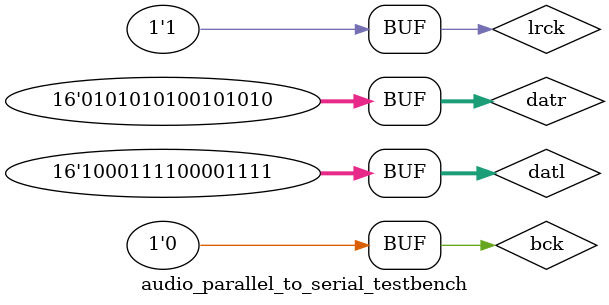
<source format=v>
module audio_parallel_to_serial_testbench;
reg bck;
reg lrck;
reg  [15:0] datr;
reg  [15:0] datl;
wire out;
wire [3:0] temp;
wire temp2;
parameter stimDelay = 10;
audio_parallel_to_serial DUT(bck, lrck, out, datl, datr, temp,temp2);
initial
begin
//expected Rdata: 1100 1010 1100 1010
				 bck = 0; lrck = 0; datr=16'b1101010100101010; datl=16'b0000111100001111;
#(stimDelay) bck = 1;
#(stimDelay) bck = 0; lrck=1;
#(stimDelay) bck = 1;
#(stimDelay) bck = 0; 
#(stimDelay) bck = 1;
#(stimDelay) bck = 0; 
#(stimDelay) bck = 1;
#(stimDelay) bck = 0; 
#(stimDelay) bck = 1;
#(stimDelay) bck = 0; 
#(stimDelay) bck = 1;
#(stimDelay) bck = 0; 
#(stimDelay) bck = 1;
#(stimDelay) bck = 0; 
#(stimDelay) bck = 1;
#(stimDelay) bck = 0; 
#(stimDelay) bck = 1;
#(stimDelay) bck = 0; 
#(stimDelay) bck = 1;
#(stimDelay) bck = 0; 
#(stimDelay) bck = 1;
#(stimDelay) bck = 0; 
#(stimDelay) bck = 1;
#(stimDelay) bck = 0; 
#(stimDelay) bck = 1;
#(stimDelay) bck = 0; 
#(stimDelay) bck = 1;
#(stimDelay) bck = 0; 
#(stimDelay) bck = 1;
#(stimDelay) bck = 0; 
#(stimDelay) bck = 1;
#(stimDelay) bck = 0; 
#(stimDelay) bck = 1;
#(stimDelay) bck = 0; lrck = 0; 
#(stimDelay) bck = 1;
#(stimDelay) bck = 0; 
#(stimDelay) bck = 1;
#(stimDelay) bck = 0; 
#(stimDelay) bck = 1;
#(stimDelay) bck = 0; 
#(stimDelay) bck = 1;
#(stimDelay) bck = 0; 
#(stimDelay) bck = 1;
#(stimDelay) bck = 0; 
#(stimDelay) bck = 1;
#(stimDelay) bck = 0; 
#(stimDelay) bck = 1;
#(stimDelay) bck = 0; 
#(stimDelay) bck = 1;
#(stimDelay) bck = 0; 
#(stimDelay) bck = 1;
#(stimDelay) bck = 0; 
#(stimDelay) bck = 1;
#(stimDelay) bck = 0; 
#(stimDelay) bck = 1;
#(stimDelay) bck = 0; 
#(stimDelay) bck = 1;
#(stimDelay) bck = 0; 
#(stimDelay) bck = 1;
#(stimDelay) bck = 0; 
#(stimDelay) bck = 1;
#(stimDelay) bck = 0; 
#(stimDelay) bck = 1;
#(stimDelay) bck = 0; 
#(stimDelay) bck = 1;
#(stimDelay) bck = 0; 
#(stimDelay) bck = 1;
#(stimDelay) bck = 0; 
#(stimDelay) bck = 1; datr=16'b0101010100101010; datl=16'b1000111100001111;
#(stimDelay) bck = 0; lrck = 1;
#(stimDelay) bck = 1; 
#(stimDelay) bck = 0; 
#(stimDelay) bck = 1;
#(stimDelay) bck = 0; 
#(stimDelay) bck = 1;
#(stimDelay) bck = 0; 
#(stimDelay) bck = 1;
#(stimDelay) bck = 0; 
#(stimDelay) bck = 1;
#(stimDelay) bck = 0; 
#(stimDelay) bck = 1;
#(stimDelay) bck = 0; 
#(stimDelay) bck = 1;
#(stimDelay) bck = 0; 
#(stimDelay) bck = 1;
#(stimDelay) bck = 0; 
#(stimDelay) bck = 1;
#(stimDelay) bck = 0; 
#(stimDelay) bck = 1;
#(stimDelay) bck = 0; 
#(stimDelay) bck = 1;
#(stimDelay) bck = 0; 
#(stimDelay) bck = 1;
#(stimDelay) bck = 0; 
#(stimDelay) bck = 1;
#(stimDelay) bck = 0; 
#(stimDelay) bck = 1;
#(stimDelay) bck = 0; 
#(stimDelay) bck = 1;
#(stimDelay) bck = 0; 
#(stimDelay) bck = 1;
#(stimDelay) bck = 0; 
#(stimDelay) bck = 1;
#(stimDelay) bck = 0; 
#(stimDelay) bck = 1;
#(stimDelay) bck = 0; 
#(stimDelay) bck = 1;
#(stimDelay) bck = 0; 

#100; //Let simulation finish
end

endmodule
</source>
